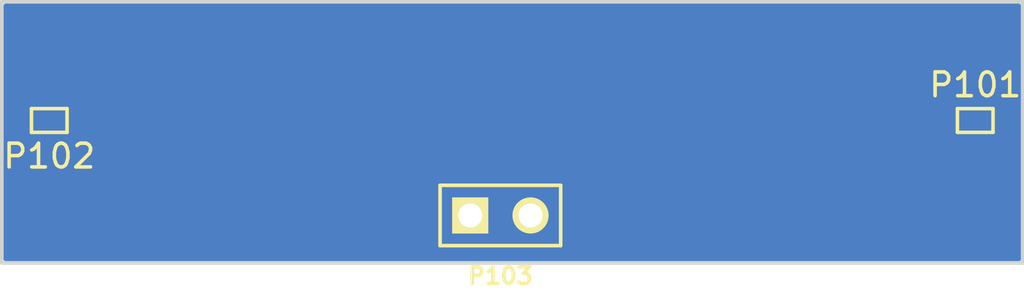
<source format=kicad_pcb>
(kicad_pcb (version 20221018) (generator pcbnew)
  (layers (0 "F.Cu" signal) (31 "B.Cu" signal) (34 "B.Paste" user) (35 "F.Paste" user) (36 "B.SilkS" user "B.Silkscreen") (37 "F.SilkS" user "F.Silkscreen") (38 "B.Mask" user) (39 "F.Mask" user) (44 "Edge.Cuts" user))
  (net 0 "")
  (net 1 "GND")
  (net 2 "/HS_P")
  (net 3 "/HS_N")
  (footprint "Connectors_254mm:pin_array_2x1" (layer "F.Cu") (at 35.5 24.1)
    (fp_text reference "P103" (at 0 2.55) (layer "F.SilkS") (effects (font (size 0.7 0.7) (thickness 0.152))))
    (fp_text value "CONN_01X02" hide)
    (fp_line (start -2.54 -1.27) (end 2.54 -1.27) (stroke (width 0.1524)) (layer "F.SilkS"))
    (fp_line (start -2.54 1.27) (end -2.54 -1.27) (stroke (width 0.1524)) (layer "F.SilkS"))
    (fp_line (start 2.54 -1.27) (end 2.54 1.27) (stroke (width 0.1524)) (layer "F.SilkS"))
    (fp_line (start 2.54 1.27) (end -2.54 1.27) (stroke (width 0.1524)) (layer "F.SilkS"))
    (pad "1" thru_hole rect (at -1.27 0) (size 1.524 1.524) (drill 1.016) (layers "*.Cu" "*.Mask" "F.SilkS") (net 1 "GND"))
    (pad "2" thru_hole circle (at 1.27 0) (size 1.524 1.524) (drill 1.016) (layers "*.Cu" "*.Mask" "F.SilkS") (net 1 "GND"))
  )
  (footprint "test:TEST_01x02_05mm" (layer "F.Cu") (at 55.5 20.1 180)
    (fp_text reference "P101" (at 0 1.5 180) (layer "F.SilkS"))
    (fp_text value "CONN_01X02" hide)
    (fp_line (start -0.75 -0.5) (end 0.75 -0.5) (stroke (width 0.15)) (layer "F.SilkS"))
    (fp_line (start -0.75 0.5) (end -0.75 -0.5) (stroke (width 0.15)) (layer "F.SilkS"))
    (fp_line (start 0.75 -0.5) (end 0.75 0.5) (stroke (width 0.15)) (layer "F.SilkS"))
    (fp_line (start 0.75 0.5) (end -0.75 0.5) (stroke (width 0.15)) (layer "F.SilkS"))
    (pad "1" smd rect (at 0 -0.25 180) (size 1 0.25) (layers "F.Cu" "F.Paste" "F.Mask") (net 2 "/HS_P"))
    (pad "2" smd rect (at 0 0.25 180) (size 1 0.25) (layers "F.Cu" "F.Paste" "F.Mask") (net 3 "/HS_N"))
  )
  (footprint "test:TEST_01x02_05mm" (layer "F.Cu") (at 16.5 20.1)
    (fp_text reference "P102" (at 0 1.5) (layer "F.SilkS"))
    (fp_text value "CONN_01X02" hide)
    (fp_line (start -0.75 -0.5) (end 0.75 -0.5) (stroke (width 0.15)) (layer "F.SilkS"))
    (fp_line (start -0.75 0.5) (end -0.75 -0.5) (stroke (width 0.15)) (layer "F.SilkS"))
    (fp_line (start 0.75 -0.5) (end 0.75 0.5) (stroke (width 0.15)) (layer "F.SilkS"))
    (fp_line (start 0.75 0.5) (end -0.75 0.5) (stroke (width 0.15)) (layer "F.SilkS"))
    (pad "1" smd rect (at 0 -0.25) (size 1 0.25) (layers "F.Cu" "F.Paste" "F.Mask") (net 3 "/HS_N"))
    (pad "2" smd rect (at 0 0.25) (size 1 0.25) (layers "F.Cu" "F.Paste" "F.Mask") (net 2 "/HS_P"))
  )
  (gr_line (start 14.5 26.1) (end 14.5 15.1) (stroke (width 0.15)) (layer "Edge.Cuts"))
  (gr_line (start 14.5 15.1) (end 57.5 15.1) (stroke (width 0.15)) (layer "Edge.Cuts"))
  (gr_line (start 14.5 26.1) (end 57.5 26.1) (stroke (width 0.15)) (layer "Edge.Cuts"))
  (gr_line (start 57.5 15.1) (end 57.5 26.1) (stroke (width 0.15)) (layer "Edge.Cuts"))
  (segment (start 16.5 20.35) (end 17.25 20.35) (width 0.12) (layer "F.Cu") (net 2))
  (segment (start 17.38 20.22) (end 54.62 20.22) (width 0.12) (layer "F.Cu") (net 2))
  (segment (start 17.25 20.35) (end 17.38 20.22) (width 0.12) (layer "F.Cu") (net 2))
  (segment (start 54.75 20.35) (end 55.5 20.35) (width 0.12) (layer "F.Cu") (net 2))
  (segment (start 54.62 20.22) (end 54.75 20.35) (width 0.12) (layer "F.Cu") (net 2))
  (segment (start 16.5 19.85) (end 17.25 19.85) (width 0.12) (layer "F.Cu") (net 3))
  (segment (start 17.25 19.85) (end 17.38 19.98) (width 0.12) (layer "F.Cu") (net 3))
  (segment (start 17.38 19.98) (end 54.62 19.98) (width 0.12) (layer "F.Cu") (net 3))
  (segment (start 54.62 19.98) (end 54.75 19.85) (width 0.12) (layer "F.Cu") (net 3))
  (segment (start 54.75 19.85) (end 55.5 19.85) (width 0.12) (layer "F.Cu") (net 3))
  (zone (net 1) (net_name "GND") (layer "B.Cu") (connect_pads yes (clearance 0.15)) (min_thickness 0.15) (fill yes (thermal_gap 0.508) (thermal_bridge_width 0.508))
    (polygon (pts (xy 14.5 15.1) (xy 57.5 15.1) (xy 57.5 26.1) (xy 14.5 26.1)))
  )
)
</source>
